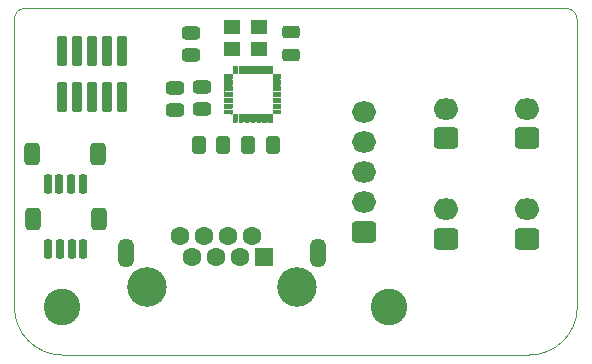
<source format=gbr>
G04 #@! TF.GenerationSoftware,KiCad,Pcbnew,(6.0.0)*
G04 #@! TF.CreationDate,2022-07-24T22:02:11-05:00*
G04 #@! TF.ProjectId,InputJoyStickSTM32QFN28,496e7075-744a-46f7-9953-7469636b5354,rev?*
G04 #@! TF.SameCoordinates,Original*
G04 #@! TF.FileFunction,Soldermask,Top*
G04 #@! TF.FilePolarity,Negative*
%FSLAX46Y46*%
G04 Gerber Fmt 4.6, Leading zero omitted, Abs format (unit mm)*
G04 Created by KiCad (PCBNEW (6.0.0)) date 2022-07-24 22:02:11*
%MOMM*%
%LPD*%
G01*
G04 APERTURE LIST*
G04 Aperture macros list*
%AMRoundRect*
0 Rectangle with rounded corners*
0 $1 Rounding radius*
0 $2 $3 $4 $5 $6 $7 $8 $9 X,Y pos of 4 corners*
0 Add a 4 corners polygon primitive as box body*
4,1,4,$2,$3,$4,$5,$6,$7,$8,$9,$2,$3,0*
0 Add four circle primitives for the rounded corners*
1,1,$1+$1,$2,$3*
1,1,$1+$1,$4,$5*
1,1,$1+$1,$6,$7*
1,1,$1+$1,$8,$9*
0 Add four rect primitives between the rounded corners*
20,1,$1+$1,$2,$3,$4,$5,0*
20,1,$1+$1,$4,$5,$6,$7,0*
20,1,$1+$1,$6,$7,$8,$9,0*
20,1,$1+$1,$8,$9,$2,$3,0*%
G04 Aperture macros list end*
G04 #@! TA.AperFunction,Profile*
%ADD10C,0.050000*%
G04 #@! TD*
%ADD11C,0.100000*%
%ADD12RoundRect,0.301000X0.725000X-0.600000X0.725000X0.600000X-0.725000X0.600000X-0.725000X-0.600000X0*%
%ADD13O,2.052000X1.802000*%
%ADD14RoundRect,0.051000X0.299974X-0.149987X0.299974X0.149987X-0.299974X0.149987X-0.299974X-0.149987X0*%
%ADD15RoundRect,0.051000X-0.149987X-0.299974X0.149987X-0.299974X0.149987X0.299974X-0.149987X0.299974X0*%
%ADD16C,3.102000*%
%ADD17RoundRect,0.300999X-0.325001X-0.450001X0.325001X-0.450001X0.325001X0.450001X-0.325001X0.450001X0*%
%ADD18RoundRect,0.301000X-0.475000X0.250000X-0.475000X-0.250000X0.475000X-0.250000X0.475000X0.250000X0*%
%ADD19RoundRect,0.301000X0.475000X-0.250000X0.475000X0.250000X-0.475000X0.250000X-0.475000X-0.250000X0*%
%ADD20RoundRect,0.051000X0.370000X-1.200000X0.370000X1.200000X-0.370000X1.200000X-0.370000X-1.200000X0*%
%ADD21RoundRect,0.201000X-0.150000X-0.625000X0.150000X-0.625000X0.150000X0.625000X-0.150000X0.625000X0*%
%ADD22RoundRect,0.300999X-0.350001X-0.650001X0.350001X-0.650001X0.350001X0.650001X-0.350001X0.650001X0*%
%ADD23O,1.361000X2.464000*%
%ADD24RoundRect,0.051000X-0.750000X-0.750000X0.750000X-0.750000X0.750000X0.750000X-0.750000X0.750000X0*%
%ADD25C,1.602000*%
%ADD26C,3.352000*%
%ADD27RoundRect,0.294750X-0.456250X0.243750X-0.456250X-0.243750X0.456250X-0.243750X0.456250X0.243750X0*%
%ADD28RoundRect,0.051000X0.650000X0.550000X-0.650000X0.550000X-0.650000X-0.550000X0.650000X-0.550000X0*%
%ADD29O,2.102000X1.802000*%
%ADD30RoundRect,0.301000X0.750000X-0.600000X0.750000X0.600000X-0.750000X0.600000X-0.750000X-0.600000X0*%
G04 APERTURE END LIST*
D10*
X180239940Y-86360000D02*
G75*
G03*
X179279873Y-85389743I-965162J5095D01*
G01*
X133489685Y-85389720D02*
G75*
G03*
X132588000Y-86296602I0J-901700D01*
G01*
X132588000Y-110680500D02*
X132588000Y-86296602D01*
X132588000Y-110680500D02*
G75*
G03*
X136652000Y-114744500I4064000J0D01*
G01*
X176153080Y-114744500D02*
X136652000Y-114744500D01*
X180239940Y-86360000D02*
X180250164Y-110667800D01*
X176153080Y-114744500D02*
G75*
G03*
X180250164Y-110670340I22860J4074160D01*
G01*
X179279820Y-85389720D02*
X133489685Y-85389720D01*
D11*
X151086693Y-90286586D02*
X151086693Y-90886534D01*
X151086693Y-90886534D02*
X151386667Y-90886534D01*
X151386667Y-90886534D02*
X151386667Y-90286586D01*
X151386667Y-90286586D02*
X151086693Y-90286586D01*
G36*
X151386667Y-90886534D02*
G01*
X151086693Y-90886534D01*
X151086693Y-90286586D01*
X151386667Y-90286586D01*
X151386667Y-90886534D01*
G37*
X151386667Y-90886534D02*
X151086693Y-90886534D01*
X151086693Y-90286586D01*
X151386667Y-90286586D01*
X151386667Y-90886534D01*
X151587073Y-90286586D02*
X151587073Y-90886534D01*
X151587073Y-90886534D02*
X151887047Y-90886534D01*
X151887047Y-90886534D02*
X151887047Y-90286586D01*
X151887047Y-90286586D02*
X151587073Y-90286586D01*
G36*
X151887047Y-90886534D02*
G01*
X151587073Y-90886534D01*
X151587073Y-90286586D01*
X151887047Y-90286586D01*
X151887047Y-90886534D01*
G37*
X151887047Y-90886534D02*
X151587073Y-90886534D01*
X151587073Y-90286586D01*
X151887047Y-90286586D01*
X151887047Y-90886534D01*
X152087453Y-90286586D02*
X152087453Y-90886534D01*
X152087453Y-90886534D02*
X152387427Y-90886534D01*
X152387427Y-90886534D02*
X152387427Y-90286586D01*
X152387427Y-90286586D02*
X152087453Y-90286586D01*
G36*
X152387427Y-90886534D02*
G01*
X152087453Y-90886534D01*
X152087453Y-90286586D01*
X152387427Y-90286586D01*
X152387427Y-90886534D01*
G37*
X152387427Y-90886534D02*
X152087453Y-90886534D01*
X152087453Y-90286586D01*
X152387427Y-90286586D01*
X152387427Y-90886534D01*
X152587833Y-90286586D02*
X152587833Y-90886534D01*
X152587833Y-90886534D02*
X152887807Y-90886534D01*
X152887807Y-90886534D02*
X152887807Y-90286586D01*
X152887807Y-90286586D02*
X152587833Y-90286586D01*
G36*
X152887807Y-90886534D02*
G01*
X152587833Y-90886534D01*
X152587833Y-90286586D01*
X152887807Y-90286586D01*
X152887807Y-90886534D01*
G37*
X152887807Y-90886534D02*
X152587833Y-90886534D01*
X152587833Y-90286586D01*
X152887807Y-90286586D01*
X152887807Y-90886534D01*
X153088213Y-90286586D02*
X153088213Y-90886534D01*
X153088213Y-90886534D02*
X153388187Y-90886534D01*
X153388187Y-90886534D02*
X153388187Y-90286586D01*
X153388187Y-90286586D02*
X153088213Y-90286586D01*
G36*
X153388187Y-90886534D02*
G01*
X153088213Y-90886534D01*
X153088213Y-90286586D01*
X153388187Y-90286586D01*
X153388187Y-90886534D01*
G37*
X153388187Y-90886534D02*
X153088213Y-90886534D01*
X153088213Y-90286586D01*
X153388187Y-90286586D01*
X153388187Y-90886534D01*
X153588593Y-90286586D02*
X153588593Y-90886534D01*
X153588593Y-90886534D02*
X153888567Y-90886534D01*
X153888567Y-90886534D02*
X153888567Y-90286586D01*
X153888567Y-90286586D02*
X153588593Y-90286586D01*
G36*
X153888567Y-90886534D02*
G01*
X153588593Y-90886534D01*
X153588593Y-90286586D01*
X153888567Y-90286586D01*
X153888567Y-90886534D01*
G37*
X153888567Y-90886534D02*
X153588593Y-90886534D01*
X153588593Y-90286586D01*
X153888567Y-90286586D01*
X153888567Y-90886534D01*
X154088973Y-90286586D02*
X154088973Y-90886534D01*
X154088973Y-90886534D02*
X154388947Y-90886534D01*
X154388947Y-90886534D02*
X154388947Y-90286586D01*
X154388947Y-90286586D02*
X154088973Y-90286586D01*
G36*
X154388947Y-90886534D02*
G01*
X154088973Y-90886534D01*
X154088973Y-90286586D01*
X154388947Y-90286586D01*
X154388947Y-90886534D01*
G37*
X154388947Y-90886534D02*
X154088973Y-90886534D01*
X154088973Y-90286586D01*
X154388947Y-90286586D01*
X154388947Y-90886534D01*
X154482546Y-90980133D02*
X154482546Y-91280107D01*
X154482546Y-91280107D02*
X155082494Y-91280107D01*
X155082494Y-91280107D02*
X155082494Y-90980133D01*
X155082494Y-90980133D02*
X154482546Y-90980133D01*
G36*
X155082494Y-91280107D02*
G01*
X154482546Y-91280107D01*
X154482546Y-90980133D01*
X155082494Y-90980133D01*
X155082494Y-91280107D01*
G37*
X155082494Y-91280107D02*
X154482546Y-91280107D01*
X154482546Y-90980133D01*
X155082494Y-90980133D01*
X155082494Y-91280107D01*
X154482546Y-91480513D02*
X154482546Y-91780487D01*
X154482546Y-91780487D02*
X155082494Y-91780487D01*
X155082494Y-91780487D02*
X155082494Y-91480513D01*
X155082494Y-91480513D02*
X154482546Y-91480513D01*
G36*
X155082494Y-91780487D02*
G01*
X154482546Y-91780487D01*
X154482546Y-91480513D01*
X155082494Y-91480513D01*
X155082494Y-91780487D01*
G37*
X155082494Y-91780487D02*
X154482546Y-91780487D01*
X154482546Y-91480513D01*
X155082494Y-91480513D01*
X155082494Y-91780487D01*
X154482546Y-91980893D02*
X154482546Y-92280867D01*
X154482546Y-92280867D02*
X155082494Y-92280867D01*
X155082494Y-92280867D02*
X155082494Y-91980893D01*
X155082494Y-91980893D02*
X154482546Y-91980893D01*
G36*
X155082494Y-92280867D02*
G01*
X154482546Y-92280867D01*
X154482546Y-91980893D01*
X155082494Y-91980893D01*
X155082494Y-92280867D01*
G37*
X155082494Y-92280867D02*
X154482546Y-92280867D01*
X154482546Y-91980893D01*
X155082494Y-91980893D01*
X155082494Y-92280867D01*
X154482546Y-92481273D02*
X154482546Y-92781247D01*
X154482546Y-92781247D02*
X155082494Y-92781247D01*
X155082494Y-92781247D02*
X155082494Y-92481273D01*
X155082494Y-92481273D02*
X154482546Y-92481273D01*
G36*
X155082494Y-92781247D02*
G01*
X154482546Y-92781247D01*
X154482546Y-92481273D01*
X155082494Y-92481273D01*
X155082494Y-92781247D01*
G37*
X155082494Y-92781247D02*
X154482546Y-92781247D01*
X154482546Y-92481273D01*
X155082494Y-92481273D01*
X155082494Y-92781247D01*
X154482546Y-92981653D02*
X154482546Y-93281627D01*
X154482546Y-93281627D02*
X155082494Y-93281627D01*
X155082494Y-93281627D02*
X155082494Y-92981653D01*
X155082494Y-92981653D02*
X154482546Y-92981653D01*
G36*
X155082494Y-93281627D02*
G01*
X154482546Y-93281627D01*
X154482546Y-92981653D01*
X155082494Y-92981653D01*
X155082494Y-93281627D01*
G37*
X155082494Y-93281627D02*
X154482546Y-93281627D01*
X154482546Y-92981653D01*
X155082494Y-92981653D01*
X155082494Y-93281627D01*
X154482546Y-93482033D02*
X154482546Y-93782007D01*
X154482546Y-93782007D02*
X155082494Y-93782007D01*
X155082494Y-93782007D02*
X155082494Y-93482033D01*
X155082494Y-93482033D02*
X154482546Y-93482033D01*
G36*
X155082494Y-93782007D02*
G01*
X154482546Y-93782007D01*
X154482546Y-93482033D01*
X155082494Y-93482033D01*
X155082494Y-93782007D01*
G37*
X155082494Y-93782007D02*
X154482546Y-93782007D01*
X154482546Y-93482033D01*
X155082494Y-93482033D01*
X155082494Y-93782007D01*
X154482546Y-93982413D02*
X154482546Y-94282387D01*
X154482546Y-94282387D02*
X155082494Y-94282387D01*
X155082494Y-94282387D02*
X155082494Y-93982413D01*
X155082494Y-93982413D02*
X154482546Y-93982413D01*
G36*
X155082494Y-94282387D02*
G01*
X154482546Y-94282387D01*
X154482546Y-93982413D01*
X155082494Y-93982413D01*
X155082494Y-94282387D01*
G37*
X155082494Y-94282387D02*
X154482546Y-94282387D01*
X154482546Y-93982413D01*
X155082494Y-93982413D01*
X155082494Y-94282387D01*
X154088973Y-94375986D02*
X154088973Y-94975934D01*
X154088973Y-94975934D02*
X154388947Y-94975934D01*
X154388947Y-94975934D02*
X154388947Y-94375986D01*
X154388947Y-94375986D02*
X154088973Y-94375986D01*
G36*
X154388947Y-94975934D02*
G01*
X154088973Y-94975934D01*
X154088973Y-94375986D01*
X154388947Y-94375986D01*
X154388947Y-94975934D01*
G37*
X154388947Y-94975934D02*
X154088973Y-94975934D01*
X154088973Y-94375986D01*
X154388947Y-94375986D01*
X154388947Y-94975934D01*
X153588593Y-94375986D02*
X153588593Y-94975934D01*
X153588593Y-94975934D02*
X153888567Y-94975934D01*
X153888567Y-94975934D02*
X153888567Y-94375986D01*
X153888567Y-94375986D02*
X153588593Y-94375986D01*
G36*
X153888567Y-94975934D02*
G01*
X153588593Y-94975934D01*
X153588593Y-94375986D01*
X153888567Y-94375986D01*
X153888567Y-94975934D01*
G37*
X153888567Y-94975934D02*
X153588593Y-94975934D01*
X153588593Y-94375986D01*
X153888567Y-94375986D01*
X153888567Y-94975934D01*
X153088213Y-94375986D02*
X153088213Y-94975934D01*
X153088213Y-94975934D02*
X153388187Y-94975934D01*
X153388187Y-94975934D02*
X153388187Y-94375986D01*
X153388187Y-94375986D02*
X153088213Y-94375986D01*
G36*
X153388187Y-94975934D02*
G01*
X153088213Y-94975934D01*
X153088213Y-94375986D01*
X153388187Y-94375986D01*
X153388187Y-94975934D01*
G37*
X153388187Y-94975934D02*
X153088213Y-94975934D01*
X153088213Y-94375986D01*
X153388187Y-94375986D01*
X153388187Y-94975934D01*
X152587833Y-94375986D02*
X152587833Y-94975934D01*
X152587833Y-94975934D02*
X152887807Y-94975934D01*
X152887807Y-94975934D02*
X152887807Y-94375986D01*
X152887807Y-94375986D02*
X152587833Y-94375986D01*
G36*
X152887807Y-94975934D02*
G01*
X152587833Y-94975934D01*
X152587833Y-94375986D01*
X152887807Y-94375986D01*
X152887807Y-94975934D01*
G37*
X152887807Y-94975934D02*
X152587833Y-94975934D01*
X152587833Y-94375986D01*
X152887807Y-94375986D01*
X152887807Y-94975934D01*
X152087453Y-94375986D02*
X152087453Y-94975934D01*
X152087453Y-94975934D02*
X152387427Y-94975934D01*
X152387427Y-94975934D02*
X152387427Y-94375986D01*
X152387427Y-94375986D02*
X152087453Y-94375986D01*
G36*
X152387427Y-94975934D02*
G01*
X152087453Y-94975934D01*
X152087453Y-94375986D01*
X152387427Y-94375986D01*
X152387427Y-94975934D01*
G37*
X152387427Y-94975934D02*
X152087453Y-94975934D01*
X152087453Y-94375986D01*
X152387427Y-94375986D01*
X152387427Y-94975934D01*
X151587073Y-94375986D02*
X151587073Y-94975934D01*
X151587073Y-94975934D02*
X151887047Y-94975934D01*
X151887047Y-94975934D02*
X151887047Y-94375986D01*
X151887047Y-94375986D02*
X151587073Y-94375986D01*
G36*
X151887047Y-94975934D02*
G01*
X151587073Y-94975934D01*
X151587073Y-94375986D01*
X151887047Y-94375986D01*
X151887047Y-94975934D01*
G37*
X151887047Y-94975934D02*
X151587073Y-94975934D01*
X151587073Y-94375986D01*
X151887047Y-94375986D01*
X151887047Y-94975934D01*
X151086693Y-94375986D02*
X151086693Y-94975934D01*
X151086693Y-94975934D02*
X151386667Y-94975934D01*
X151386667Y-94975934D02*
X151386667Y-94375986D01*
X151386667Y-94375986D02*
X151086693Y-94375986D01*
G36*
X151386667Y-94975934D02*
G01*
X151086693Y-94975934D01*
X151086693Y-94375986D01*
X151386667Y-94375986D01*
X151386667Y-94975934D01*
G37*
X151386667Y-94975934D02*
X151086693Y-94975934D01*
X151086693Y-94375986D01*
X151386667Y-94375986D01*
X151386667Y-94975934D01*
X150393146Y-93982413D02*
X150393146Y-94282387D01*
X150393146Y-94282387D02*
X150993094Y-94282387D01*
X150993094Y-94282387D02*
X150993094Y-93982413D01*
X150993094Y-93982413D02*
X150393146Y-93982413D01*
G36*
X150993094Y-94282387D02*
G01*
X150393146Y-94282387D01*
X150393146Y-93982413D01*
X150993094Y-93982413D01*
X150993094Y-94282387D01*
G37*
X150993094Y-94282387D02*
X150393146Y-94282387D01*
X150393146Y-93982413D01*
X150993094Y-93982413D01*
X150993094Y-94282387D01*
X150393146Y-93482033D02*
X150393146Y-93782007D01*
X150393146Y-93782007D02*
X150993094Y-93782007D01*
X150993094Y-93782007D02*
X150993094Y-93482033D01*
X150993094Y-93482033D02*
X150393146Y-93482033D01*
G36*
X150993094Y-93782007D02*
G01*
X150393146Y-93782007D01*
X150393146Y-93482033D01*
X150993094Y-93482033D01*
X150993094Y-93782007D01*
G37*
X150993094Y-93782007D02*
X150393146Y-93782007D01*
X150393146Y-93482033D01*
X150993094Y-93482033D01*
X150993094Y-93782007D01*
X150393146Y-92981653D02*
X150393146Y-93281627D01*
X150393146Y-93281627D02*
X150993094Y-93281627D01*
X150993094Y-93281627D02*
X150993094Y-92981653D01*
X150993094Y-92981653D02*
X150393146Y-92981653D01*
G36*
X150993094Y-93281627D02*
G01*
X150393146Y-93281627D01*
X150393146Y-92981653D01*
X150993094Y-92981653D01*
X150993094Y-93281627D01*
G37*
X150993094Y-93281627D02*
X150393146Y-93281627D01*
X150393146Y-92981653D01*
X150993094Y-92981653D01*
X150993094Y-93281627D01*
X150393146Y-92481273D02*
X150393146Y-92781247D01*
X150393146Y-92781247D02*
X150993094Y-92781247D01*
X150993094Y-92781247D02*
X150993094Y-92481273D01*
X150993094Y-92481273D02*
X150393146Y-92481273D01*
G36*
X150993094Y-92781247D02*
G01*
X150393146Y-92781247D01*
X150393146Y-92481273D01*
X150993094Y-92481273D01*
X150993094Y-92781247D01*
G37*
X150993094Y-92781247D02*
X150393146Y-92781247D01*
X150393146Y-92481273D01*
X150993094Y-92481273D01*
X150993094Y-92781247D01*
X150393146Y-91980893D02*
X150393146Y-92280867D01*
X150393146Y-92280867D02*
X150993094Y-92280867D01*
X150993094Y-92280867D02*
X150993094Y-91980893D01*
X150993094Y-91980893D02*
X150393146Y-91980893D01*
G36*
X150993094Y-92280867D02*
G01*
X150393146Y-92280867D01*
X150393146Y-91980893D01*
X150993094Y-91980893D01*
X150993094Y-92280867D01*
G37*
X150993094Y-92280867D02*
X150393146Y-92280867D01*
X150393146Y-91980893D01*
X150993094Y-91980893D01*
X150993094Y-92280867D01*
X150393146Y-91480513D02*
X150393146Y-91780487D01*
X150393146Y-91780487D02*
X150993094Y-91780487D01*
X150993094Y-91780487D02*
X150993094Y-91480513D01*
X150993094Y-91480513D02*
X150393146Y-91480513D01*
G36*
X150993094Y-91780487D02*
G01*
X150393146Y-91780487D01*
X150393146Y-91480513D01*
X150993094Y-91480513D01*
X150993094Y-91780487D01*
G37*
X150993094Y-91780487D02*
X150393146Y-91780487D01*
X150393146Y-91480513D01*
X150993094Y-91480513D01*
X150993094Y-91780487D01*
X150393146Y-90980133D02*
X150393146Y-91280107D01*
X150393146Y-91280107D02*
X150993094Y-91280107D01*
X150993094Y-91280107D02*
X150993094Y-90980133D01*
X150993094Y-90980133D02*
X150393146Y-90980133D01*
G36*
X150993094Y-91280107D02*
G01*
X150393146Y-91280107D01*
X150393146Y-90980133D01*
X150993094Y-90980133D01*
X150993094Y-91280107D01*
G37*
X150993094Y-91280107D02*
X150393146Y-91280107D01*
X150393146Y-90980133D01*
X150993094Y-90980133D01*
X150993094Y-91280107D01*
D10*
X180239940Y-86360000D02*
G75*
G03*
X179279873Y-85389743I-965162J5095D01*
G01*
X133489685Y-85389720D02*
G75*
G03*
X132588000Y-86296602I0J-901700D01*
G01*
X132588000Y-110680500D02*
X132588000Y-86296602D01*
X132588000Y-110680500D02*
G75*
G03*
X136652000Y-114744500I4064000J0D01*
G01*
X176153080Y-114744500D02*
X136652000Y-114744500D01*
X180239940Y-86360000D02*
X180250164Y-110667800D01*
X176153080Y-114744500D02*
G75*
G03*
X180250164Y-110670340I22860J4074160D01*
G01*
X179279820Y-85389720D02*
X133489685Y-85389720D01*
D11*
X151086693Y-90286586D02*
X151086693Y-90886534D01*
X151086693Y-90886534D02*
X151386667Y-90886534D01*
X151386667Y-90886534D02*
X151386667Y-90286586D01*
X151386667Y-90286586D02*
X151086693Y-90286586D01*
G36*
X151386667Y-90886534D02*
G01*
X151086693Y-90886534D01*
X151086693Y-90286586D01*
X151386667Y-90286586D01*
X151386667Y-90886534D01*
G37*
X151386667Y-90886534D02*
X151086693Y-90886534D01*
X151086693Y-90286586D01*
X151386667Y-90286586D01*
X151386667Y-90886534D01*
X151587073Y-90286586D02*
X151587073Y-90886534D01*
X151587073Y-90886534D02*
X151887047Y-90886534D01*
X151887047Y-90886534D02*
X151887047Y-90286586D01*
X151887047Y-90286586D02*
X151587073Y-90286586D01*
G36*
X151887047Y-90886534D02*
G01*
X151587073Y-90886534D01*
X151587073Y-90286586D01*
X151887047Y-90286586D01*
X151887047Y-90886534D01*
G37*
X151887047Y-90886534D02*
X151587073Y-90886534D01*
X151587073Y-90286586D01*
X151887047Y-90286586D01*
X151887047Y-90886534D01*
X152087453Y-90286586D02*
X152087453Y-90886534D01*
X152087453Y-90886534D02*
X152387427Y-90886534D01*
X152387427Y-90886534D02*
X152387427Y-90286586D01*
X152387427Y-90286586D02*
X152087453Y-90286586D01*
G36*
X152387427Y-90886534D02*
G01*
X152087453Y-90886534D01*
X152087453Y-90286586D01*
X152387427Y-90286586D01*
X152387427Y-90886534D01*
G37*
X152387427Y-90886534D02*
X152087453Y-90886534D01*
X152087453Y-90286586D01*
X152387427Y-90286586D01*
X152387427Y-90886534D01*
X152587833Y-90286586D02*
X152587833Y-90886534D01*
X152587833Y-90886534D02*
X152887807Y-90886534D01*
X152887807Y-90886534D02*
X152887807Y-90286586D01*
X152887807Y-90286586D02*
X152587833Y-90286586D01*
G36*
X152887807Y-90886534D02*
G01*
X152587833Y-90886534D01*
X152587833Y-90286586D01*
X152887807Y-90286586D01*
X152887807Y-90886534D01*
G37*
X152887807Y-90886534D02*
X152587833Y-90886534D01*
X152587833Y-90286586D01*
X152887807Y-90286586D01*
X152887807Y-90886534D01*
X153088213Y-90286586D02*
X153088213Y-90886534D01*
X153088213Y-90886534D02*
X153388187Y-90886534D01*
X153388187Y-90886534D02*
X153388187Y-90286586D01*
X153388187Y-90286586D02*
X153088213Y-90286586D01*
G36*
X153388187Y-90886534D02*
G01*
X153088213Y-90886534D01*
X153088213Y-90286586D01*
X153388187Y-90286586D01*
X153388187Y-90886534D01*
G37*
X153388187Y-90886534D02*
X153088213Y-90886534D01*
X153088213Y-90286586D01*
X153388187Y-90286586D01*
X153388187Y-90886534D01*
X153588593Y-90286586D02*
X153588593Y-90886534D01*
X153588593Y-90886534D02*
X153888567Y-90886534D01*
X153888567Y-90886534D02*
X153888567Y-90286586D01*
X153888567Y-90286586D02*
X153588593Y-90286586D01*
G36*
X153888567Y-90886534D02*
G01*
X153588593Y-90886534D01*
X153588593Y-90286586D01*
X153888567Y-90286586D01*
X153888567Y-90886534D01*
G37*
X153888567Y-90886534D02*
X153588593Y-90886534D01*
X153588593Y-90286586D01*
X153888567Y-90286586D01*
X153888567Y-90886534D01*
X154088973Y-90286586D02*
X154088973Y-90886534D01*
X154088973Y-90886534D02*
X154388947Y-90886534D01*
X154388947Y-90886534D02*
X154388947Y-90286586D01*
X154388947Y-90286586D02*
X154088973Y-90286586D01*
G36*
X154388947Y-90886534D02*
G01*
X154088973Y-90886534D01*
X154088973Y-90286586D01*
X154388947Y-90286586D01*
X154388947Y-90886534D01*
G37*
X154388947Y-90886534D02*
X154088973Y-90886534D01*
X154088973Y-90286586D01*
X154388947Y-90286586D01*
X154388947Y-90886534D01*
X154482546Y-90980133D02*
X154482546Y-91280107D01*
X154482546Y-91280107D02*
X155082494Y-91280107D01*
X155082494Y-91280107D02*
X155082494Y-90980133D01*
X155082494Y-90980133D02*
X154482546Y-90980133D01*
G36*
X155082494Y-91280107D02*
G01*
X154482546Y-91280107D01*
X154482546Y-90980133D01*
X155082494Y-90980133D01*
X155082494Y-91280107D01*
G37*
X155082494Y-91280107D02*
X154482546Y-91280107D01*
X154482546Y-90980133D01*
X155082494Y-90980133D01*
X155082494Y-91280107D01*
X154482546Y-91480513D02*
X154482546Y-91780487D01*
X154482546Y-91780487D02*
X155082494Y-91780487D01*
X155082494Y-91780487D02*
X155082494Y-91480513D01*
X155082494Y-91480513D02*
X154482546Y-91480513D01*
G36*
X155082494Y-91780487D02*
G01*
X154482546Y-91780487D01*
X154482546Y-91480513D01*
X155082494Y-91480513D01*
X155082494Y-91780487D01*
G37*
X155082494Y-91780487D02*
X154482546Y-91780487D01*
X154482546Y-91480513D01*
X155082494Y-91480513D01*
X155082494Y-91780487D01*
X154482546Y-91980893D02*
X154482546Y-92280867D01*
X154482546Y-92280867D02*
X155082494Y-92280867D01*
X155082494Y-92280867D02*
X155082494Y-91980893D01*
X155082494Y-91980893D02*
X154482546Y-91980893D01*
G36*
X155082494Y-92280867D02*
G01*
X154482546Y-92280867D01*
X154482546Y-91980893D01*
X155082494Y-91980893D01*
X155082494Y-92280867D01*
G37*
X155082494Y-92280867D02*
X154482546Y-92280867D01*
X154482546Y-91980893D01*
X155082494Y-91980893D01*
X155082494Y-92280867D01*
X154482546Y-92481273D02*
X154482546Y-92781247D01*
X154482546Y-92781247D02*
X155082494Y-92781247D01*
X155082494Y-92781247D02*
X155082494Y-92481273D01*
X155082494Y-92481273D02*
X154482546Y-92481273D01*
G36*
X155082494Y-92781247D02*
G01*
X154482546Y-92781247D01*
X154482546Y-92481273D01*
X155082494Y-92481273D01*
X155082494Y-92781247D01*
G37*
X155082494Y-92781247D02*
X154482546Y-92781247D01*
X154482546Y-92481273D01*
X155082494Y-92481273D01*
X155082494Y-92781247D01*
X154482546Y-92981653D02*
X154482546Y-93281627D01*
X154482546Y-93281627D02*
X155082494Y-93281627D01*
X155082494Y-93281627D02*
X155082494Y-92981653D01*
X155082494Y-92981653D02*
X154482546Y-92981653D01*
G36*
X155082494Y-93281627D02*
G01*
X154482546Y-93281627D01*
X154482546Y-92981653D01*
X155082494Y-92981653D01*
X155082494Y-93281627D01*
G37*
X155082494Y-93281627D02*
X154482546Y-93281627D01*
X154482546Y-92981653D01*
X155082494Y-92981653D01*
X155082494Y-93281627D01*
X154482546Y-93482033D02*
X154482546Y-93782007D01*
X154482546Y-93782007D02*
X155082494Y-93782007D01*
X155082494Y-93782007D02*
X155082494Y-93482033D01*
X155082494Y-93482033D02*
X154482546Y-93482033D01*
G36*
X155082494Y-93782007D02*
G01*
X154482546Y-93782007D01*
X154482546Y-93482033D01*
X155082494Y-93482033D01*
X155082494Y-93782007D01*
G37*
X155082494Y-93782007D02*
X154482546Y-93782007D01*
X154482546Y-93482033D01*
X155082494Y-93482033D01*
X155082494Y-93782007D01*
X154482546Y-93982413D02*
X154482546Y-94282387D01*
X154482546Y-94282387D02*
X155082494Y-94282387D01*
X155082494Y-94282387D02*
X155082494Y-93982413D01*
X155082494Y-93982413D02*
X154482546Y-93982413D01*
G36*
X155082494Y-94282387D02*
G01*
X154482546Y-94282387D01*
X154482546Y-93982413D01*
X155082494Y-93982413D01*
X155082494Y-94282387D01*
G37*
X155082494Y-94282387D02*
X154482546Y-94282387D01*
X154482546Y-93982413D01*
X155082494Y-93982413D01*
X155082494Y-94282387D01*
X154088973Y-94375986D02*
X154088973Y-94975934D01*
X154088973Y-94975934D02*
X154388947Y-94975934D01*
X154388947Y-94975934D02*
X154388947Y-94375986D01*
X154388947Y-94375986D02*
X154088973Y-94375986D01*
G36*
X154388947Y-94975934D02*
G01*
X154088973Y-94975934D01*
X154088973Y-94375986D01*
X154388947Y-94375986D01*
X154388947Y-94975934D01*
G37*
X154388947Y-94975934D02*
X154088973Y-94975934D01*
X154088973Y-94375986D01*
X154388947Y-94375986D01*
X154388947Y-94975934D01*
X153588593Y-94375986D02*
X153588593Y-94975934D01*
X153588593Y-94975934D02*
X153888567Y-94975934D01*
X153888567Y-94975934D02*
X153888567Y-94375986D01*
X153888567Y-94375986D02*
X153588593Y-94375986D01*
G36*
X153888567Y-94975934D02*
G01*
X153588593Y-94975934D01*
X153588593Y-94375986D01*
X153888567Y-94375986D01*
X153888567Y-94975934D01*
G37*
X153888567Y-94975934D02*
X153588593Y-94975934D01*
X153588593Y-94375986D01*
X153888567Y-94375986D01*
X153888567Y-94975934D01*
X153088213Y-94375986D02*
X153088213Y-94975934D01*
X153088213Y-94975934D02*
X153388187Y-94975934D01*
X153388187Y-94975934D02*
X153388187Y-94375986D01*
X153388187Y-94375986D02*
X153088213Y-94375986D01*
G36*
X153388187Y-94975934D02*
G01*
X153088213Y-94975934D01*
X153088213Y-94375986D01*
X153388187Y-94375986D01*
X153388187Y-94975934D01*
G37*
X153388187Y-94975934D02*
X153088213Y-94975934D01*
X153088213Y-94375986D01*
X153388187Y-94375986D01*
X153388187Y-94975934D01*
X152587833Y-94375986D02*
X152587833Y-94975934D01*
X152587833Y-94975934D02*
X152887807Y-94975934D01*
X152887807Y-94975934D02*
X152887807Y-94375986D01*
X152887807Y-94375986D02*
X152587833Y-94375986D01*
G36*
X152887807Y-94975934D02*
G01*
X152587833Y-94975934D01*
X152587833Y-94375986D01*
X152887807Y-94375986D01*
X152887807Y-94975934D01*
G37*
X152887807Y-94975934D02*
X152587833Y-94975934D01*
X152587833Y-94375986D01*
X152887807Y-94375986D01*
X152887807Y-94975934D01*
X152087453Y-94375986D02*
X152087453Y-94975934D01*
X152087453Y-94975934D02*
X152387427Y-94975934D01*
X152387427Y-94975934D02*
X152387427Y-94375986D01*
X152387427Y-94375986D02*
X152087453Y-94375986D01*
G36*
X152387427Y-94975934D02*
G01*
X152087453Y-94975934D01*
X152087453Y-94375986D01*
X152387427Y-94375986D01*
X152387427Y-94975934D01*
G37*
X152387427Y-94975934D02*
X152087453Y-94975934D01*
X152087453Y-94375986D01*
X152387427Y-94375986D01*
X152387427Y-94975934D01*
X151587073Y-94375986D02*
X151587073Y-94975934D01*
X151587073Y-94975934D02*
X151887047Y-94975934D01*
X151887047Y-94975934D02*
X151887047Y-94375986D01*
X151887047Y-94375986D02*
X151587073Y-94375986D01*
G36*
X151887047Y-94975934D02*
G01*
X151587073Y-94975934D01*
X151587073Y-94375986D01*
X151887047Y-94375986D01*
X151887047Y-94975934D01*
G37*
X151887047Y-94975934D02*
X151587073Y-94975934D01*
X151587073Y-94375986D01*
X151887047Y-94375986D01*
X151887047Y-94975934D01*
X151086693Y-94375986D02*
X151086693Y-94975934D01*
X151086693Y-94975934D02*
X151386667Y-94975934D01*
X151386667Y-94975934D02*
X151386667Y-94375986D01*
X151386667Y-94375986D02*
X151086693Y-94375986D01*
G36*
X151386667Y-94975934D02*
G01*
X151086693Y-94975934D01*
X151086693Y-94375986D01*
X151386667Y-94375986D01*
X151386667Y-94975934D01*
G37*
X151386667Y-94975934D02*
X151086693Y-94975934D01*
X151086693Y-94375986D01*
X151386667Y-94375986D01*
X151386667Y-94975934D01*
X150393146Y-93982413D02*
X150393146Y-94282387D01*
X150393146Y-94282387D02*
X150993094Y-94282387D01*
X150993094Y-94282387D02*
X150993094Y-93982413D01*
X150993094Y-93982413D02*
X150393146Y-93982413D01*
G36*
X150993094Y-94282387D02*
G01*
X150393146Y-94282387D01*
X150393146Y-93982413D01*
X150993094Y-93982413D01*
X150993094Y-94282387D01*
G37*
X150993094Y-94282387D02*
X150393146Y-94282387D01*
X150393146Y-93982413D01*
X150993094Y-93982413D01*
X150993094Y-94282387D01*
X150393146Y-93482033D02*
X150393146Y-93782007D01*
X150393146Y-93782007D02*
X150993094Y-93782007D01*
X150993094Y-93782007D02*
X150993094Y-93482033D01*
X150993094Y-93482033D02*
X150393146Y-93482033D01*
G36*
X150993094Y-93782007D02*
G01*
X150393146Y-93782007D01*
X150393146Y-93482033D01*
X150993094Y-93482033D01*
X150993094Y-93782007D01*
G37*
X150993094Y-93782007D02*
X150393146Y-93782007D01*
X150393146Y-93482033D01*
X150993094Y-93482033D01*
X150993094Y-93782007D01*
X150393146Y-92981653D02*
X150393146Y-93281627D01*
X150393146Y-93281627D02*
X150993094Y-93281627D01*
X150993094Y-93281627D02*
X150993094Y-92981653D01*
X150993094Y-92981653D02*
X150393146Y-92981653D01*
G36*
X150993094Y-93281627D02*
G01*
X150393146Y-93281627D01*
X150393146Y-92981653D01*
X150993094Y-92981653D01*
X150993094Y-93281627D01*
G37*
X150993094Y-93281627D02*
X150393146Y-93281627D01*
X150393146Y-92981653D01*
X150993094Y-92981653D01*
X150993094Y-93281627D01*
X150393146Y-92481273D02*
X150393146Y-92781247D01*
X150393146Y-92781247D02*
X150993094Y-92781247D01*
X150993094Y-92781247D02*
X150993094Y-92481273D01*
X150993094Y-92481273D02*
X150393146Y-92481273D01*
G36*
X150993094Y-92781247D02*
G01*
X150393146Y-92781247D01*
X150393146Y-92481273D01*
X150993094Y-92481273D01*
X150993094Y-92781247D01*
G37*
X150993094Y-92781247D02*
X150393146Y-92781247D01*
X150393146Y-92481273D01*
X150993094Y-92481273D01*
X150993094Y-92781247D01*
X150393146Y-91980893D02*
X150393146Y-92280867D01*
X150393146Y-92280867D02*
X150993094Y-92280867D01*
X150993094Y-92280867D02*
X150993094Y-91980893D01*
X150993094Y-91980893D02*
X150393146Y-91980893D01*
G36*
X150993094Y-92280867D02*
G01*
X150393146Y-92280867D01*
X150393146Y-91980893D01*
X150993094Y-91980893D01*
X150993094Y-92280867D01*
G37*
X150993094Y-92280867D02*
X150393146Y-92280867D01*
X150393146Y-91980893D01*
X150993094Y-91980893D01*
X150993094Y-92280867D01*
X150393146Y-91480513D02*
X150393146Y-91780487D01*
X150393146Y-91780487D02*
X150993094Y-91780487D01*
X150993094Y-91780487D02*
X150993094Y-91480513D01*
X150993094Y-91480513D02*
X150393146Y-91480513D01*
G36*
X150993094Y-91780487D02*
G01*
X150393146Y-91780487D01*
X150393146Y-91480513D01*
X150993094Y-91480513D01*
X150993094Y-91780487D01*
G37*
X150993094Y-91780487D02*
X150393146Y-91780487D01*
X150393146Y-91480513D01*
X150993094Y-91480513D01*
X150993094Y-91780487D01*
X150393146Y-90980133D02*
X150393146Y-91280107D01*
X150393146Y-91280107D02*
X150993094Y-91280107D01*
X150993094Y-91280107D02*
X150993094Y-90980133D01*
X150993094Y-90980133D02*
X150393146Y-90980133D01*
G36*
X150993094Y-91280107D02*
G01*
X150393146Y-91280107D01*
X150393146Y-90980133D01*
X150993094Y-90980133D01*
X150993094Y-91280107D01*
G37*
X150993094Y-91280107D02*
X150393146Y-91280107D01*
X150393146Y-90980133D01*
X150993094Y-90980133D01*
X150993094Y-91280107D01*
D12*
X162200000Y-104300000D03*
D13*
X162200000Y-101760000D03*
X162200000Y-99220000D03*
X162200000Y-96680000D03*
X162200000Y-94140000D03*
D14*
X150693120Y-91130120D03*
X150693120Y-91630500D03*
X150693120Y-92130880D03*
X150693120Y-92631260D03*
X150693120Y-93131640D03*
X150693120Y-93632020D03*
X150693120Y-94132400D03*
D15*
X151236680Y-94675960D03*
X151737060Y-94675960D03*
X152237440Y-94675960D03*
X152737820Y-94675960D03*
X153238200Y-94675960D03*
X153738580Y-94675960D03*
X154238960Y-94675960D03*
D14*
X154782520Y-94132400D03*
X154782520Y-93632020D03*
X154782520Y-93131640D03*
X154782520Y-92631260D03*
X154782520Y-92130880D03*
X154782520Y-91630500D03*
X154782520Y-91130120D03*
D15*
X154238960Y-90586560D03*
X153738580Y-90586560D03*
X153238200Y-90586560D03*
X152737820Y-90586560D03*
X152237440Y-90586560D03*
X151737060Y-90586560D03*
X151236680Y-90586560D03*
D16*
X136638000Y-110678000D03*
X164338000Y-110678000D03*
D17*
X150277940Y-96931480D03*
X148227940Y-96931480D03*
X152406240Y-96936560D03*
X154456240Y-96936560D03*
D18*
X146192240Y-92123220D03*
X146192240Y-94023220D03*
X148485860Y-92044480D03*
X148485860Y-93944480D03*
D19*
X147510500Y-87439460D03*
X147510500Y-89339460D03*
D20*
X141724380Y-88992160D03*
X141724380Y-92892160D03*
X140454380Y-88992160D03*
X140454380Y-92892160D03*
X139184380Y-88992160D03*
X139184380Y-92892160D03*
X137914380Y-88992160D03*
X137914380Y-92892160D03*
X136644380Y-88992160D03*
X136644380Y-92892160D03*
D21*
X135406000Y-100232600D03*
X136406000Y-100232600D03*
X137406000Y-100232600D03*
X138406000Y-100232600D03*
D22*
X134106000Y-97707600D03*
X139706000Y-97707600D03*
X139731400Y-103270200D03*
X134131400Y-103270200D03*
D21*
X138431400Y-105795200D03*
X137431400Y-105795200D03*
X136431400Y-105795200D03*
X135431400Y-105795200D03*
D23*
X158323280Y-106097070D03*
X142063280Y-106097070D03*
D24*
X153742580Y-106459020D03*
D25*
X152722580Y-104679020D03*
X151712580Y-106459020D03*
X150692580Y-104679020D03*
X149682580Y-106459020D03*
X148662580Y-104679020D03*
X147652580Y-106459020D03*
X146632580Y-104679020D03*
D26*
X156543280Y-108999020D03*
X143843280Y-108999020D03*
D27*
X155989020Y-87426560D03*
X155989020Y-89301560D03*
D28*
X153278220Y-86941620D03*
X150978220Y-86941620D03*
X150978220Y-88841620D03*
X153278220Y-88841620D03*
D29*
X169100000Y-102400000D03*
D30*
X169100000Y-104900000D03*
D29*
X176000000Y-93900000D03*
D30*
X176000000Y-96400000D03*
X169100000Y-96400000D03*
D29*
X169100000Y-93900000D03*
D30*
X176000000Y-104900000D03*
D29*
X176000000Y-102400000D03*
G36*
X153553162Y-94339598D02*
G01*
X153553726Y-94341517D01*
X153553445Y-94342156D01*
X153543360Y-94357248D01*
X153539593Y-94376185D01*
X153539593Y-94975735D01*
X153543360Y-94994672D01*
X153553345Y-95009615D01*
X153553476Y-95011611D01*
X153551813Y-95012722D01*
X153551084Y-95012635D01*
X153490603Y-94993696D01*
X153425561Y-95012794D01*
X153423618Y-95012322D01*
X153423054Y-95010403D01*
X153423335Y-95009764D01*
X153433420Y-94994672D01*
X153437187Y-94975735D01*
X153437187Y-94376185D01*
X153433420Y-94357248D01*
X153423435Y-94342305D01*
X153423304Y-94340309D01*
X153424967Y-94339198D01*
X153425696Y-94339285D01*
X153486177Y-94358224D01*
X153551219Y-94339126D01*
X153553162Y-94339598D01*
G37*
G36*
X153052782Y-94339598D02*
G01*
X153053346Y-94341517D01*
X153053065Y-94342156D01*
X153042980Y-94357248D01*
X153039213Y-94376185D01*
X153039213Y-94975735D01*
X153042980Y-94994672D01*
X153052965Y-95009615D01*
X153053096Y-95011611D01*
X153051433Y-95012722D01*
X153050704Y-95012635D01*
X152990223Y-94993696D01*
X152925181Y-95012794D01*
X152923238Y-95012322D01*
X152922674Y-95010403D01*
X152922955Y-95009764D01*
X152933040Y-94994672D01*
X152936807Y-94975735D01*
X152936807Y-94376185D01*
X152933040Y-94357248D01*
X152923055Y-94342305D01*
X152922924Y-94340309D01*
X152924587Y-94339198D01*
X152925316Y-94339285D01*
X152985797Y-94358224D01*
X153050839Y-94339126D01*
X153052782Y-94339598D01*
G37*
G36*
X152052022Y-94339598D02*
G01*
X152052586Y-94341517D01*
X152052305Y-94342156D01*
X152042220Y-94357248D01*
X152038453Y-94376185D01*
X152038453Y-94975735D01*
X152042220Y-94994672D01*
X152052205Y-95009615D01*
X152052336Y-95011611D01*
X152050673Y-95012722D01*
X152049944Y-95012635D01*
X151989463Y-94993696D01*
X151924421Y-95012794D01*
X151922478Y-95012322D01*
X151921914Y-95010403D01*
X151922195Y-95009764D01*
X151932280Y-94994672D01*
X151936047Y-94975735D01*
X151936047Y-94376185D01*
X151932280Y-94357248D01*
X151922295Y-94342305D01*
X151922164Y-94340309D01*
X151923827Y-94339198D01*
X151924556Y-94339285D01*
X151985037Y-94358224D01*
X152050079Y-94339126D01*
X152052022Y-94339598D01*
G37*
G36*
X154053542Y-94339598D02*
G01*
X154054106Y-94341517D01*
X154053825Y-94342156D01*
X154043740Y-94357248D01*
X154039973Y-94376185D01*
X154039973Y-94975735D01*
X154043740Y-94994672D01*
X154053725Y-95009615D01*
X154053856Y-95011611D01*
X154052193Y-95012722D01*
X154051464Y-95012635D01*
X153990983Y-94993696D01*
X153925941Y-95012794D01*
X153923998Y-95012322D01*
X153923434Y-95010403D01*
X153923715Y-95009764D01*
X153933800Y-94994672D01*
X153937567Y-94975735D01*
X153937567Y-94376185D01*
X153933800Y-94357248D01*
X153923815Y-94342305D01*
X153923684Y-94340309D01*
X153925347Y-94339198D01*
X153926076Y-94339285D01*
X153986557Y-94358224D01*
X154051599Y-94339126D01*
X154053542Y-94339598D01*
G37*
G36*
X151551642Y-94339598D02*
G01*
X151552206Y-94341517D01*
X151551925Y-94342156D01*
X151541840Y-94357248D01*
X151538073Y-94376185D01*
X151538073Y-94975735D01*
X151541840Y-94994672D01*
X151551825Y-95009615D01*
X151551956Y-95011611D01*
X151550293Y-95012722D01*
X151549564Y-95012635D01*
X151489083Y-94993696D01*
X151424041Y-95012794D01*
X151422098Y-95012322D01*
X151421534Y-95010403D01*
X151421815Y-95009764D01*
X151431900Y-94994672D01*
X151435667Y-94975735D01*
X151435667Y-94376185D01*
X151431900Y-94357248D01*
X151421915Y-94342305D01*
X151421784Y-94340309D01*
X151423447Y-94339198D01*
X151424176Y-94339285D01*
X151484657Y-94358224D01*
X151549699Y-94339126D01*
X151551642Y-94339598D01*
G37*
G36*
X152552402Y-94339598D02*
G01*
X152552966Y-94341517D01*
X152552685Y-94342156D01*
X152542600Y-94357248D01*
X152538833Y-94376185D01*
X152538833Y-94975735D01*
X152542600Y-94994672D01*
X152552585Y-95009615D01*
X152552716Y-95011611D01*
X152551053Y-95012722D01*
X152550324Y-95012635D01*
X152489843Y-94993696D01*
X152424801Y-95012794D01*
X152422858Y-95012322D01*
X152422294Y-95010403D01*
X152422575Y-95009764D01*
X152432660Y-94994672D01*
X152436427Y-94975735D01*
X152436427Y-94376185D01*
X152432660Y-94357248D01*
X152422675Y-94342305D01*
X152422544Y-94340309D01*
X152424207Y-94339198D01*
X152424936Y-94339285D01*
X152485417Y-94358224D01*
X152550459Y-94339126D01*
X152552402Y-94339598D01*
G37*
G36*
X154432891Y-94198509D02*
G01*
X154433546Y-94199989D01*
X154433546Y-94282188D01*
X154437313Y-94301125D01*
X154447926Y-94317007D01*
X154463808Y-94327620D01*
X154482745Y-94331387D01*
X154564945Y-94331387D01*
X154566677Y-94332387D01*
X154566677Y-94334387D01*
X154565508Y-94335306D01*
X154498493Y-94354983D01*
X154453087Y-94407386D01*
X154441901Y-94458806D01*
X154440556Y-94460286D01*
X154438602Y-94459861D01*
X154437947Y-94458381D01*
X154437947Y-94376185D01*
X154434180Y-94357248D01*
X154423567Y-94341366D01*
X154407685Y-94330753D01*
X154388748Y-94326986D01*
X154306549Y-94326986D01*
X154304817Y-94325986D01*
X154304817Y-94323986D01*
X154305986Y-94323067D01*
X154373000Y-94303390D01*
X154418406Y-94250987D01*
X154429592Y-94199564D01*
X154430937Y-94198084D01*
X154432891Y-94198509D01*
G37*
G36*
X151046013Y-94199426D02*
G01*
X151065690Y-94266440D01*
X151118093Y-94311846D01*
X151169514Y-94323032D01*
X151170994Y-94324377D01*
X151170569Y-94326331D01*
X151169089Y-94326986D01*
X151086892Y-94326986D01*
X151067955Y-94330753D01*
X151052073Y-94341366D01*
X151041460Y-94357248D01*
X151037693Y-94376185D01*
X151037693Y-94458385D01*
X151036693Y-94460117D01*
X151034693Y-94460117D01*
X151033774Y-94458948D01*
X151014097Y-94391933D01*
X150961694Y-94346527D01*
X150910274Y-94335341D01*
X150908794Y-94333996D01*
X150909219Y-94332042D01*
X150910699Y-94331387D01*
X150992895Y-94331387D01*
X151011832Y-94327620D01*
X151027714Y-94317007D01*
X151038327Y-94301125D01*
X151042094Y-94282188D01*
X151042094Y-94199989D01*
X151043094Y-94198257D01*
X151045094Y-94198257D01*
X151046013Y-94199426D01*
G37*
G36*
X154448716Y-93817155D02*
G01*
X154463808Y-93827240D01*
X154482745Y-93831007D01*
X155082295Y-93831007D01*
X155101232Y-93827240D01*
X155116175Y-93817255D01*
X155118171Y-93817124D01*
X155119282Y-93818787D01*
X155119195Y-93819516D01*
X155100256Y-93879997D01*
X155119354Y-93945039D01*
X155118882Y-93946982D01*
X155116963Y-93947546D01*
X155116324Y-93947265D01*
X155101232Y-93937180D01*
X155082295Y-93933413D01*
X154482745Y-93933413D01*
X154463808Y-93937180D01*
X154448865Y-93947165D01*
X154446869Y-93947296D01*
X154445758Y-93945633D01*
X154445845Y-93944904D01*
X154464784Y-93884423D01*
X154445686Y-93819381D01*
X154446158Y-93817438D01*
X154448077Y-93816874D01*
X154448716Y-93817155D01*
G37*
G36*
X150359316Y-93817155D02*
G01*
X150374408Y-93827240D01*
X150393345Y-93831007D01*
X150992895Y-93831007D01*
X151011832Y-93827240D01*
X151026775Y-93817255D01*
X151028771Y-93817124D01*
X151029882Y-93818787D01*
X151029795Y-93819516D01*
X151010856Y-93879997D01*
X151029954Y-93945039D01*
X151029482Y-93946982D01*
X151027563Y-93947546D01*
X151026924Y-93947265D01*
X151011832Y-93937180D01*
X150992895Y-93933413D01*
X150393345Y-93933413D01*
X150374408Y-93937180D01*
X150359465Y-93947165D01*
X150357469Y-93947296D01*
X150356358Y-93945633D01*
X150356445Y-93944904D01*
X150375384Y-93884423D01*
X150356286Y-93819381D01*
X150356758Y-93817438D01*
X150358677Y-93816874D01*
X150359316Y-93817155D01*
G37*
G36*
X154448716Y-93316775D02*
G01*
X154463808Y-93326860D01*
X154482745Y-93330627D01*
X155082295Y-93330627D01*
X155101232Y-93326860D01*
X155116175Y-93316875D01*
X155118171Y-93316744D01*
X155119282Y-93318407D01*
X155119195Y-93319136D01*
X155100256Y-93379617D01*
X155119354Y-93444659D01*
X155118882Y-93446602D01*
X155116963Y-93447166D01*
X155116324Y-93446885D01*
X155101232Y-93436800D01*
X155082295Y-93433033D01*
X154482745Y-93433033D01*
X154463808Y-93436800D01*
X154448865Y-93446785D01*
X154446869Y-93446916D01*
X154445758Y-93445253D01*
X154445845Y-93444524D01*
X154464784Y-93384043D01*
X154445686Y-93319001D01*
X154446158Y-93317058D01*
X154448077Y-93316494D01*
X154448716Y-93316775D01*
G37*
G36*
X150359316Y-93316775D02*
G01*
X150374408Y-93326860D01*
X150393345Y-93330627D01*
X150992895Y-93330627D01*
X151011832Y-93326860D01*
X151026775Y-93316875D01*
X151028771Y-93316744D01*
X151029882Y-93318407D01*
X151029795Y-93319136D01*
X151010856Y-93379617D01*
X151029954Y-93444659D01*
X151029482Y-93446602D01*
X151027563Y-93447166D01*
X151026924Y-93446885D01*
X151011832Y-93436800D01*
X150992895Y-93433033D01*
X150393345Y-93433033D01*
X150374408Y-93436800D01*
X150359465Y-93446785D01*
X150357469Y-93446916D01*
X150356358Y-93445253D01*
X150356445Y-93444524D01*
X150375384Y-93384043D01*
X150356286Y-93319001D01*
X150356758Y-93317058D01*
X150358677Y-93316494D01*
X150359316Y-93316775D01*
G37*
G36*
X150359316Y-92816395D02*
G01*
X150374408Y-92826480D01*
X150393345Y-92830247D01*
X150992895Y-92830247D01*
X151011832Y-92826480D01*
X151026775Y-92816495D01*
X151028771Y-92816364D01*
X151029882Y-92818027D01*
X151029795Y-92818756D01*
X151010856Y-92879237D01*
X151029954Y-92944279D01*
X151029482Y-92946222D01*
X151027563Y-92946786D01*
X151026924Y-92946505D01*
X151011832Y-92936420D01*
X150992895Y-92932653D01*
X150393345Y-92932653D01*
X150374408Y-92936420D01*
X150359465Y-92946405D01*
X150357469Y-92946536D01*
X150356358Y-92944873D01*
X150356445Y-92944144D01*
X150375384Y-92883663D01*
X150356286Y-92818621D01*
X150356758Y-92816678D01*
X150358677Y-92816114D01*
X150359316Y-92816395D01*
G37*
G36*
X154448716Y-92816395D02*
G01*
X154463808Y-92826480D01*
X154482745Y-92830247D01*
X155082295Y-92830247D01*
X155101232Y-92826480D01*
X155116175Y-92816495D01*
X155118171Y-92816364D01*
X155119282Y-92818027D01*
X155119195Y-92818756D01*
X155100256Y-92879237D01*
X155119354Y-92944279D01*
X155118882Y-92946222D01*
X155116963Y-92946786D01*
X155116324Y-92946505D01*
X155101232Y-92936420D01*
X155082295Y-92932653D01*
X154482745Y-92932653D01*
X154463808Y-92936420D01*
X154448865Y-92946405D01*
X154446869Y-92946536D01*
X154445758Y-92944873D01*
X154445845Y-92944144D01*
X154464784Y-92883663D01*
X154445686Y-92818621D01*
X154446158Y-92816678D01*
X154448077Y-92816114D01*
X154448716Y-92816395D01*
G37*
G36*
X150359316Y-92316015D02*
G01*
X150374408Y-92326100D01*
X150393345Y-92329867D01*
X150992895Y-92329867D01*
X151011832Y-92326100D01*
X151026775Y-92316115D01*
X151028771Y-92315984D01*
X151029882Y-92317647D01*
X151029795Y-92318376D01*
X151010856Y-92378857D01*
X151029954Y-92443899D01*
X151029482Y-92445842D01*
X151027563Y-92446406D01*
X151026924Y-92446125D01*
X151011832Y-92436040D01*
X150992895Y-92432273D01*
X150393345Y-92432273D01*
X150374408Y-92436040D01*
X150359465Y-92446025D01*
X150357469Y-92446156D01*
X150356358Y-92444493D01*
X150356445Y-92443764D01*
X150375384Y-92383283D01*
X150356286Y-92318241D01*
X150356758Y-92316298D01*
X150358677Y-92315734D01*
X150359316Y-92316015D01*
G37*
G36*
X154448716Y-92316015D02*
G01*
X154463808Y-92326100D01*
X154482745Y-92329867D01*
X155082295Y-92329867D01*
X155101232Y-92326100D01*
X155116175Y-92316115D01*
X155118171Y-92315984D01*
X155119282Y-92317647D01*
X155119195Y-92318376D01*
X155100256Y-92378857D01*
X155119354Y-92443899D01*
X155118882Y-92445842D01*
X155116963Y-92446406D01*
X155116324Y-92446125D01*
X155101232Y-92436040D01*
X155082295Y-92432273D01*
X154482745Y-92432273D01*
X154463808Y-92436040D01*
X154448865Y-92446025D01*
X154446869Y-92446156D01*
X154445758Y-92444493D01*
X154445845Y-92443764D01*
X154464784Y-92383283D01*
X154445686Y-92318241D01*
X154446158Y-92316298D01*
X154448077Y-92315734D01*
X154448716Y-92316015D01*
G37*
G36*
X150359316Y-91815635D02*
G01*
X150374408Y-91825720D01*
X150393345Y-91829487D01*
X150992895Y-91829487D01*
X151011832Y-91825720D01*
X151026775Y-91815735D01*
X151028771Y-91815604D01*
X151029882Y-91817267D01*
X151029795Y-91817996D01*
X151010856Y-91878477D01*
X151029954Y-91943519D01*
X151029482Y-91945462D01*
X151027563Y-91946026D01*
X151026924Y-91945745D01*
X151011832Y-91935660D01*
X150992895Y-91931893D01*
X150393345Y-91931893D01*
X150374408Y-91935660D01*
X150359465Y-91945645D01*
X150357469Y-91945776D01*
X150356358Y-91944113D01*
X150356445Y-91943384D01*
X150375384Y-91882903D01*
X150356286Y-91817861D01*
X150356758Y-91815918D01*
X150358677Y-91815354D01*
X150359316Y-91815635D01*
G37*
G36*
X154448716Y-91815635D02*
G01*
X154463808Y-91825720D01*
X154482745Y-91829487D01*
X155082295Y-91829487D01*
X155101232Y-91825720D01*
X155116175Y-91815735D01*
X155118171Y-91815604D01*
X155119282Y-91817267D01*
X155119195Y-91817996D01*
X155100256Y-91878477D01*
X155119354Y-91943519D01*
X155118882Y-91945462D01*
X155116963Y-91946026D01*
X155116324Y-91945745D01*
X155101232Y-91935660D01*
X155082295Y-91931893D01*
X154482745Y-91931893D01*
X154463808Y-91935660D01*
X154448865Y-91945645D01*
X154446869Y-91945776D01*
X154445758Y-91944113D01*
X154445845Y-91943384D01*
X154464784Y-91882903D01*
X154445686Y-91817861D01*
X154446158Y-91815918D01*
X154448077Y-91815354D01*
X154448716Y-91815635D01*
G37*
G36*
X154448716Y-91315255D02*
G01*
X154463808Y-91325340D01*
X154482745Y-91329107D01*
X155082295Y-91329107D01*
X155101232Y-91325340D01*
X155116175Y-91315355D01*
X155118171Y-91315224D01*
X155119282Y-91316887D01*
X155119195Y-91317616D01*
X155100256Y-91378097D01*
X155119354Y-91443139D01*
X155118882Y-91445082D01*
X155116963Y-91445646D01*
X155116324Y-91445365D01*
X155101232Y-91435280D01*
X155082295Y-91431513D01*
X154482745Y-91431513D01*
X154463808Y-91435280D01*
X154448865Y-91445265D01*
X154446869Y-91445396D01*
X154445758Y-91443733D01*
X154445845Y-91443004D01*
X154464784Y-91382523D01*
X154445686Y-91317481D01*
X154446158Y-91315538D01*
X154448077Y-91314974D01*
X154448716Y-91315255D01*
G37*
G36*
X150359316Y-91315255D02*
G01*
X150374408Y-91325340D01*
X150393345Y-91329107D01*
X150992895Y-91329107D01*
X151011832Y-91325340D01*
X151026775Y-91315355D01*
X151028771Y-91315224D01*
X151029882Y-91316887D01*
X151029795Y-91317616D01*
X151010856Y-91378097D01*
X151029954Y-91443139D01*
X151029482Y-91445082D01*
X151027563Y-91445646D01*
X151026924Y-91445365D01*
X151011832Y-91435280D01*
X150992895Y-91431513D01*
X150393345Y-91431513D01*
X150374408Y-91435280D01*
X150359465Y-91445265D01*
X150357469Y-91445396D01*
X150356358Y-91443733D01*
X150356445Y-91443004D01*
X150375384Y-91382523D01*
X150356286Y-91317481D01*
X150356758Y-91315538D01*
X150358677Y-91314974D01*
X150359316Y-91315255D01*
G37*
G36*
X151037038Y-90802659D02*
G01*
X151037693Y-90804139D01*
X151037693Y-90886335D01*
X151041460Y-90905272D01*
X151052073Y-90921154D01*
X151067955Y-90931767D01*
X151086892Y-90935534D01*
X151169091Y-90935534D01*
X151170823Y-90936534D01*
X151170823Y-90938534D01*
X151169654Y-90939453D01*
X151102640Y-90959130D01*
X151057234Y-91011533D01*
X151046048Y-91062954D01*
X151044703Y-91064434D01*
X151042749Y-91064009D01*
X151042094Y-91062529D01*
X151042094Y-90980332D01*
X151038327Y-90961395D01*
X151027714Y-90945513D01*
X151011832Y-90934900D01*
X150992895Y-90931133D01*
X150910695Y-90931133D01*
X150908963Y-90930133D01*
X150908963Y-90928133D01*
X150910132Y-90927214D01*
X150977147Y-90907537D01*
X151022553Y-90855134D01*
X151033739Y-90803714D01*
X151035084Y-90802234D01*
X151037038Y-90802659D01*
G37*
G36*
X154441866Y-90803572D02*
G01*
X154461543Y-90870587D01*
X154513946Y-90915993D01*
X154565366Y-90927179D01*
X154566846Y-90928524D01*
X154566421Y-90930478D01*
X154564941Y-90931133D01*
X154482745Y-90931133D01*
X154463808Y-90934900D01*
X154447926Y-90945513D01*
X154437313Y-90961395D01*
X154433546Y-90980332D01*
X154433546Y-91062531D01*
X154432546Y-91064263D01*
X154430546Y-91064263D01*
X154429627Y-91063094D01*
X154409950Y-90996080D01*
X154357547Y-90950674D01*
X154306126Y-90939488D01*
X154304646Y-90938143D01*
X154305071Y-90936189D01*
X154306551Y-90935534D01*
X154388748Y-90935534D01*
X154407685Y-90931767D01*
X154423567Y-90921154D01*
X154434180Y-90905272D01*
X154437947Y-90886335D01*
X154437947Y-90804135D01*
X154438947Y-90802403D01*
X154440947Y-90802403D01*
X154441866Y-90803572D01*
G37*
G36*
X152052022Y-90250198D02*
G01*
X152052586Y-90252117D01*
X152052305Y-90252756D01*
X152042220Y-90267848D01*
X152038453Y-90286785D01*
X152038453Y-90886335D01*
X152042220Y-90905272D01*
X152052205Y-90920215D01*
X152052336Y-90922211D01*
X152050673Y-90923322D01*
X152049944Y-90923235D01*
X151989463Y-90904296D01*
X151924421Y-90923394D01*
X151922478Y-90922922D01*
X151921914Y-90921003D01*
X151922195Y-90920364D01*
X151932280Y-90905272D01*
X151936047Y-90886335D01*
X151936047Y-90286785D01*
X151932280Y-90267848D01*
X151922295Y-90252905D01*
X151922164Y-90250909D01*
X151923827Y-90249798D01*
X151924556Y-90249885D01*
X151985037Y-90268824D01*
X152050079Y-90249726D01*
X152052022Y-90250198D01*
G37*
G36*
X151551642Y-90250198D02*
G01*
X151552206Y-90252117D01*
X151551925Y-90252756D01*
X151541840Y-90267848D01*
X151538073Y-90286785D01*
X151538073Y-90886335D01*
X151541840Y-90905272D01*
X151551825Y-90920215D01*
X151551956Y-90922211D01*
X151550293Y-90923322D01*
X151549564Y-90923235D01*
X151489083Y-90904296D01*
X151424041Y-90923394D01*
X151422098Y-90922922D01*
X151421534Y-90921003D01*
X151421815Y-90920364D01*
X151431900Y-90905272D01*
X151435667Y-90886335D01*
X151435667Y-90286785D01*
X151431900Y-90267848D01*
X151421915Y-90252905D01*
X151421784Y-90250909D01*
X151423447Y-90249798D01*
X151424176Y-90249885D01*
X151484657Y-90268824D01*
X151549699Y-90249726D01*
X151551642Y-90250198D01*
G37*
G36*
X152552402Y-90250198D02*
G01*
X152552966Y-90252117D01*
X152552685Y-90252756D01*
X152542600Y-90267848D01*
X152538833Y-90286785D01*
X152538833Y-90886335D01*
X152542600Y-90905272D01*
X152552585Y-90920215D01*
X152552716Y-90922211D01*
X152551053Y-90923322D01*
X152550324Y-90923235D01*
X152489843Y-90904296D01*
X152424801Y-90923394D01*
X152422858Y-90922922D01*
X152422294Y-90921003D01*
X152422575Y-90920364D01*
X152432660Y-90905272D01*
X152436427Y-90886335D01*
X152436427Y-90286785D01*
X152432660Y-90267848D01*
X152422675Y-90252905D01*
X152422544Y-90250909D01*
X152424207Y-90249798D01*
X152424936Y-90249885D01*
X152485417Y-90268824D01*
X152550459Y-90249726D01*
X152552402Y-90250198D01*
G37*
G36*
X153052782Y-90250198D02*
G01*
X153053346Y-90252117D01*
X153053065Y-90252756D01*
X153042980Y-90267848D01*
X153039213Y-90286785D01*
X153039213Y-90886335D01*
X153042980Y-90905272D01*
X153052965Y-90920215D01*
X153053096Y-90922211D01*
X153051433Y-90923322D01*
X153050704Y-90923235D01*
X152990223Y-90904296D01*
X152925181Y-90923394D01*
X152923238Y-90922922D01*
X152922674Y-90921003D01*
X152922955Y-90920364D01*
X152933040Y-90905272D01*
X152936807Y-90886335D01*
X152936807Y-90286785D01*
X152933040Y-90267848D01*
X152923055Y-90252905D01*
X152922924Y-90250909D01*
X152924587Y-90249798D01*
X152925316Y-90249885D01*
X152985797Y-90268824D01*
X153050839Y-90249726D01*
X153052782Y-90250198D01*
G37*
G36*
X153553162Y-90250198D02*
G01*
X153553726Y-90252117D01*
X153553445Y-90252756D01*
X153543360Y-90267848D01*
X153539593Y-90286785D01*
X153539593Y-90886335D01*
X153543360Y-90905272D01*
X153553345Y-90920215D01*
X153553476Y-90922211D01*
X153551813Y-90923322D01*
X153551084Y-90923235D01*
X153490603Y-90904296D01*
X153425561Y-90923394D01*
X153423618Y-90922922D01*
X153423054Y-90921003D01*
X153423335Y-90920364D01*
X153433420Y-90905272D01*
X153437187Y-90886335D01*
X153437187Y-90286785D01*
X153433420Y-90267848D01*
X153423435Y-90252905D01*
X153423304Y-90250909D01*
X153424967Y-90249798D01*
X153425696Y-90249885D01*
X153486177Y-90268824D01*
X153551219Y-90249726D01*
X153553162Y-90250198D01*
G37*
G36*
X154053542Y-90250198D02*
G01*
X154054106Y-90252117D01*
X154053825Y-90252756D01*
X154043740Y-90267848D01*
X154039973Y-90286785D01*
X154039973Y-90886335D01*
X154043740Y-90905272D01*
X154053725Y-90920215D01*
X154053856Y-90922211D01*
X154052193Y-90923322D01*
X154051464Y-90923235D01*
X153990983Y-90904296D01*
X153925941Y-90923394D01*
X153923998Y-90922922D01*
X153923434Y-90921003D01*
X153923715Y-90920364D01*
X153933800Y-90905272D01*
X153937567Y-90886335D01*
X153937567Y-90286785D01*
X153933800Y-90267848D01*
X153923815Y-90252905D01*
X153923684Y-90250909D01*
X153925347Y-90249798D01*
X153926076Y-90249885D01*
X153986557Y-90268824D01*
X154051599Y-90249726D01*
X154053542Y-90250198D01*
G37*
M02*

</source>
